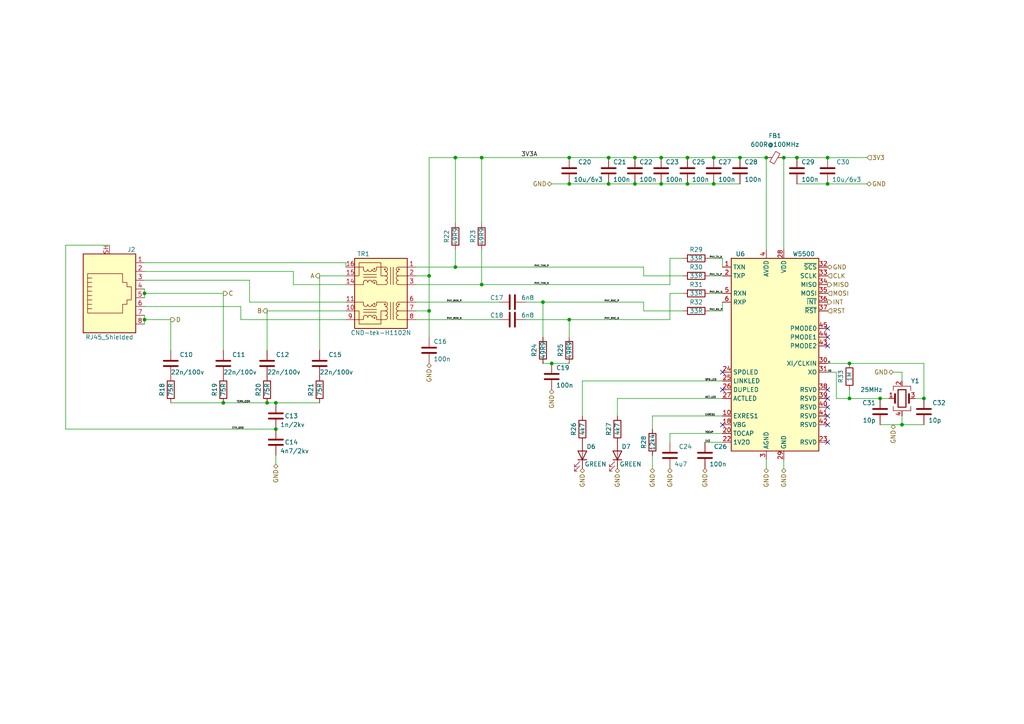
<source format=kicad_sch>
(kicad_sch (version 20211123) (generator eeschema)
  (paper "A4")
  (title_block (title "ether-bridge") (date "2025-06-30") (rev "0.1") (company "makerspace.lt"))
  (lib_symbols
    (symbol "Connector:RJ45_Shielded" (pin_names (offset 1.016))
      (property "Reference" "J" (at -5.08 13.97 0))
      (property "Value" "RJ45_Shielded" (at 2.54 13.97 0))
      (symbol "RJ45_Shielded_0_1"
        (polyline (pts (xy -5.08 4.445) (xy -6.35 4.445)))
        (polyline (pts (xy -5.08 5.715) (xy -6.35 5.715)))
        (polyline (pts (xy -6.35 -3.175) (xy -5.08 -3.175) (xy -5.08 -3.175)))
        (polyline (pts (xy -6.35 -1.905) (xy -5.08 -1.905) (xy -5.08 -1.905)))
        (polyline (pts (xy -6.35 -0.635) (xy -5.08 -0.635) (xy -5.08 -0.635)))
        (polyline (pts (xy -6.35 0.635) (xy -5.08 0.635) (xy -5.08 0.635)))
        (polyline (pts (xy -6.35 1.905) (xy -5.08 1.905) (xy -5.08 1.905)))
        (polyline (pts (xy -5.08 3.175) (xy -6.35 3.175) (xy -6.35 3.175)))
        (polyline (pts (xy -6.35 -4.445) (xy -6.35 6.985) (xy 3.81 6.985) (xy 3.81 4.445) (xy 5.08 4.445) (xy 5.08 3.175) (xy 6.35 3.175) (xy 6.35 -0.635) (xy 5.08 -0.635) (xy 5.08 -1.905) (xy 3.81 -1.905) (xy 3.81 -4.445) (xy -6.35 -4.445) (xy -6.35 -4.445)))
        (rectangle (start 7.62 12.7) (end -7.62 -10.16) (stroke (width 0.254)) (fill (type background)))
      )
      (symbol "RJ45_Shielded_1_1"
        (pin passive line (at 10.16 -7.62 180) (length 2.54) (name "~") (number "1"))
        (pin passive line (at 10.16 -5.08 180) (length 2.54) (name "~") (number "2"))
        (pin passive line (at 10.16 -2.54 180) (length 2.54) (name "~") (number "3"))
        (pin passive line (at 10.16 0 180) (length 2.54) (name "~") (number "4"))
        (pin passive line (at 10.16 2.54 180) (length 2.54) (name "~") (number "5"))
        (pin passive line (at 10.16 5.08 180) (length 2.54) (name "~") (number "6"))
        (pin passive line (at 10.16 7.62 180) (length 2.54) (name "~") (number "7"))
        (pin passive line (at 10.16 10.16 180) (length 2.54) (name "~") (number "8"))
        (pin passive line (at 0 -12.7 90) (length 2.54) (name "~") (number "SH"))
      )
    )
    (symbol "Device:C" (pin_numbers hide) (pin_names (offset 0.254))
      (property "Reference" "C" (at 0.635 2.54 0))
      (property "Value" "C" (at 0.635 -2.54 0))
      (symbol "C_0_1"
        (polyline (pts (xy -2.032 -0.762) (xy 2.032 -0.762)) (stroke (width 0.508)))
        (polyline (pts (xy -2.032 0.762) (xy 2.032 0.762)) (stroke (width 0.508)))
      )
      (symbol "C_1_1"
        (pin passive line (at 0 3.81 270) (length 2.794) (name "~") (number "1"))
        (pin passive line (at 0 -3.81 90) (length 2.794) (name "~") (number "2"))
      )
    )
    (symbol "Device:Crystal_GND24" (pin_names (offset 1.016) hide)
      (property "Reference" "Y" (at 3.175 5.08 0))
      (property "Value" "Crystal_GND24" (at 3.175 3.175 0))
      (symbol "Crystal_GND24_0_1"
        (rectangle (start -1.143 2.54) (end 1.143 -2.54) (stroke (width 0.3048)))
        (polyline (pts (xy -2.54 0) (xy -2.032 0)))
        (polyline (pts (xy -2.032 -1.27) (xy -2.032 1.27)) (stroke (width 0.508)))
        (polyline (pts (xy 0 -3.81) (xy 0 -3.556)))
        (polyline (pts (xy 0 3.556) (xy 0 3.81)))
        (polyline (pts (xy 2.032 -1.27) (xy 2.032 1.27)) (stroke (width 0.508)))
        (polyline (pts (xy 2.032 0) (xy 2.54 0)))
        (polyline (pts (xy -2.54 -2.286) (xy -2.54 -3.556) (xy 2.54 -3.556) (xy 2.54 -2.286)))
        (polyline (pts (xy -2.54 2.286) (xy -2.54 3.556) (xy 2.54 3.556) (xy 2.54 2.286)))
      )
      (symbol "Crystal_GND24_1_1"
        (pin passive line (at -3.81 0 0) (length 1.27) (name "1") (number "1"))
        (pin passive line (at 0 5.08 270) (length 1.27) (name "2") (number "2"))
        (pin passive line (at 3.81 0 180) (length 1.27) (name "3") (number "3"))
        (pin passive line (at 0 -5.08 90) (length 1.27) (name "4") (number "4"))
      )
    )
    (symbol "Device:FerriteBead_Small" (pin_numbers hide) (pin_names (offset 0))
      (property "Reference" "FB" (at 1.905 1.27 0))
      (property "Value" "FerriteBead_Small" (at 1.905 -1.27 0))
      (symbol "FerriteBead_Small_0_1"
        (polyline (pts (xy 0 -1.27) (xy 0 -0.7874)))
        (polyline (pts (xy 0 0.889) (xy 0 1.2954)))
        (polyline (pts (xy -1.8288 0.2794) (xy -1.1176 1.4986) (xy 1.8288 -0.2032) (xy 1.1176 -1.4224) (xy -1.8288 0.2794)))
      )
      (symbol "FerriteBead_Small_1_1"
        (pin passive line (at 0 2.54 270) (length 1.27) (name "~") (number "1"))
        (pin passive line (at 0 -2.54 90) (length 1.27) (name "~") (number "2"))
      )
    )
    (symbol "Device:LED" (pin_numbers hide) (pin_names (offset 1.016) hide)
      (property "Reference" "D" (at 0 2.54 0))
      (property "Value" "LED" (at 0 -2.54 0))
      (symbol "LED_0_1"
        (polyline (pts (xy -1.27 -1.27) (xy -1.27 1.27)) (stroke (width 0.254)))
        (polyline (pts (xy -1.27 0) (xy 1.27 0)))
        (polyline (pts (xy 1.27 -1.27) (xy 1.27 1.27) (xy -1.27 0) (xy 1.27 -1.27)) (stroke (width 0.254)))
        (polyline (pts (xy -3.048 -0.762) (xy -4.572 -2.286) (xy -3.81 -2.286) (xy -4.572 -2.286) (xy -4.572 -1.524)))
        (polyline (pts (xy -1.778 -0.762) (xy -3.302 -2.286) (xy -2.54 -2.286) (xy -3.302 -2.286) (xy -3.302 -1.524)))
      )
      (symbol "LED_1_1"
        (pin passive line (at -3.81 0 0) (length 2.54) (name "K") (number "1"))
        (pin passive line (at 3.81 0 180) (length 2.54) (name "A") (number "2"))
      )
    )
    (symbol "Device:R" (pin_numbers hide) (pin_names (offset 0))
      (property "Reference" "R" (at 2.032 0 90))
      (property "Value" "R" (at 0 0 90))
      (symbol "R_0_1"
        (rectangle (start -1.016 -2.54) (end 1.016 2.54) (stroke (width 0.254)))
      )
      (symbol "R_1_1"
        (pin passive line (at 0 3.81 270) (length 1.27) (name "~") (number "1"))
        (pin passive line (at 0 -3.81 90) (length 1.27) (name "~") (number "2"))
      )
    )
    (symbol "Interface_Ethernet:W5500"
      (property "Reference" "U" (at -11.43 29.21 0))
      (property "Value" "W5500" (at 8.89 29.21 0))
      (symbol "W5500_0_1"
        (rectangle (start -12.7 27.94) (end 12.7 -27.94) (stroke (width 0.254)) (fill (type background)))
      )
      (symbol "W5500_1_1"
        (pin output line (at 15.24 25.4 180) (length 2.54) (name "TXN") (number "1"))
        (pin passive line (at 15.24 -17.78 180) (length 2.54) (name "EXRES1") (number "10"))
        (pin passive line (at 2.54 30.48 270) (length 2.54) hide (name "AVDD") (number "11"))
        (pin no_connect line (at 12.7 7.62 180) (length 2.54) hide (name "NC") (number "12"))
        (pin no_connect line (at 12.7 5.08 180) (length 2.54) hide (name "NC") (number "13"))
        (pin passive line (at 2.54 -30.48 90) (length 2.54) hide (name "AGND") (number "14"))
        (pin passive line (at 2.54 30.48 270) (length 2.54) hide (name "AVDD") (number "15"))
        (pin passive line (at 2.54 -30.48 90) (length 2.54) hide (name "AGND") (number "16"))
        (pin passive line (at 2.54 30.48 270) (length 2.54) hide (name "AVDD") (number "17"))
        (pin passive line (at 15.24 -20.32 180) (length 2.54) (name "VBG") (number "18"))
        (pin passive line (at 2.54 -30.48 90) (length 2.54) hide (name "AGND") (number "19"))
        (pin output line (at 15.24 22.86 180) (length 2.54) (name "TXP") (number "2"))
        (pin passive line (at 15.24 -22.86 180) (length 2.54) (name "TOCAP") (number "20"))
        (pin passive line (at 2.54 30.48 270) (length 2.54) hide (name "AVDD") (number "21"))
        (pin output line (at 15.24 -25.4 180) (length 2.54) (name "1V2O") (number "22"))
        (pin input line (at -15.24 -25.4 0) (length 2.54) (name "RSVD") (number "23"))
        (pin output line (at 15.24 -5.08 180) (length 2.54) (name "SPDLED") (number "24"))
        (pin output line (at 15.24 -7.62 180) (length 2.54) (name "LINKLED") (number "25"))
        (pin output line (at 15.24 -10.16 180) (length 2.54) (name "DUPLED") (number "26"))
        (pin output line (at 15.24 -12.7 180) (length 2.54) (name "ACTLED") (number "27"))
        (pin power_in line (at -2.54 30.48 270) (length 2.54) (name "VDD") (number "28"))
        (pin power_in line (at -2.54 -30.48 90) (length 2.54) (name "GND") (number "29"))
        (pin power_in line (at 2.54 -30.48 90) (length 2.54) (name "AGND") (number "3"))
        (pin input line (at -15.24 -2.54 0) (length 2.54) (name "XI/CLKIN") (number "30"))
        (pin output line (at -15.24 -5.08 0) (length 2.54) (name "XO") (number "31"))
        (pin input line (at -15.24 25.4 0) (length 2.54) (name "~{SCS}") (number "32"))
        (pin input line (at -15.24 22.86 0) (length 2.54) (name "SCLK") (number "33"))
        (pin output line (at -15.24 20.32 0) (length 2.54) (name "MISO") (number "34"))
        (pin input line (at -15.24 17.78 0) (length 2.54) (name "MOSI") (number "35"))
        (pin input line (at -15.24 15.24 0) (length 2.54) (name "~{INT}") (number "36"))
        (pin input line (at -15.24 12.7 0) (length 2.54) (name "~{RST}") (number "37"))
        (pin input line (at -15.24 -10.16 0) (length 2.54) (name "RSVD") (number "38"))
        (pin input line (at -15.24 -12.7 0) (length 2.54) (name "RSVD") (number "39"))
        (pin power_in line (at 2.54 30.48 270) (length 2.54) (name "AVDD") (number "4"))
        (pin input line (at -15.24 -15.24 0) (length 2.54) (name "RSVD") (number "40"))
        (pin input line (at -15.24 -17.78 0) (length 2.54) (name "RSVD") (number "41"))
        (pin input line (at -15.24 -20.32 0) (length 2.54) (name "RSVD") (number "42"))
        (pin input line (at -15.24 2.54 0) (length 2.54) (name "PMODE2") (number "43"))
        (pin input line (at -15.24 5.08 0) (length 2.54) (name "PMODE1") (number "44"))
        (pin input line (at -15.24 7.62 0) (length 2.54) (name "PMODE0") (number "45"))
        (pin no_connect line (at 12.7 2.54 180) (length 2.54) hide (name "NC") (number "46"))
        (pin no_connect line (at 12.7 0 180) (length 2.54) hide (name "NC") (number "47"))
        (pin passive line (at 2.54 -30.48 90) (length 2.54) hide (name "AGND") (number "48"))
        (pin input line (at 15.24 17.78 180) (length 2.54) (name "RXN") (number "5"))
        (pin input line (at 15.24 15.24 180) (length 2.54) (name "RXP") (number "6"))
        (pin no_connect line (at 12.7 10.16 180) (length 2.54) hide (name "DNC") (number "7"))
        (pin passive line (at 2.54 30.48 270) (length 2.54) hide (name "AVDD") (number "8"))
        (pin passive line (at 2.54 -30.48 90) (length 2.54) hide (name "AGND") (number "9"))
      )
    )
    (symbol "Transformer:Wuerth_749013011A" (pin_names hide)
      (property "Reference" "TR" (at 0 10.795 0))
      (property "Value" "Wuerth_749013011A" (at 0 -10.795 0))
      (symbol "Wuerth_749013011A_0_1"
        (rectangle (start -7.62 10.16) (end 7.62 -10.16) (stroke (width 0.254)) (fill (type background)))
        (circle (center -5.207 3.175) (radius 0.1778))
        (arc (start -5.08 6.35) (mid -4.445 6.985) (end -5.08 7.62))
        (polyline (pts (xy -5.08 2.54) (xy -7.62 2.54)))
        (polyline (pts (xy -5.08 5.08) (xy -7.62 5.08)))
        (polyline (pts (xy -5.08 7.62) (xy -7.62 7.62)))
        (polyline (pts (xy -3.556 -2.54) (xy -3.556 -7.62)))
        (polyline (pts (xy -3.556 2.54) (xy -3.556 7.62)))
        (polyline (pts (xy -2.794 -7.62) (xy -2.794 -2.54)))
        (polyline (pts (xy -2.794 7.62) (xy -2.794 2.54)))
        (polyline (pts (xy 1.27 4.699) (xy 5.08 4.699)))
        (polyline (pts (xy 1.27 5.461) (xy 5.08 5.461)))
        (polyline (pts (xy -1.27 2.54) (xy 1.27 2.54) (xy 1.27 3.175)))
        (polyline (pts (xy 1.27 6.985) (xy 1.27 7.62) (xy -1.27 7.62)))
        (polyline (pts (xy 5.08 3.175) (xy 5.08 2.54) (xy 7.62 2.54)))
        (polyline (pts (xy 5.08 6.985) (xy 5.08 7.62) (xy 7.62 7.62)))
        (polyline (pts (xy -1.27 5.08) (xy 0 5.08) (xy 0 8.89) (xy 6.35 8.89) (xy 6.35 5.08) (xy 7.62 5.08)))
      )
      (symbol "Wuerth_749013011A_1_1"
        (circle (center -5.207 -6.985) (radius 0.1778))
        (arc (start -5.08 -7.62) (mid -4.445 -6.985) (end -5.08 -6.35))
        (arc (start -5.08 -6.35) (mid -4.445 -5.715) (end -5.08 -5.08))
        (arc (start -5.08 -5.08) (mid -4.445 -4.445) (end -5.08 -3.81))
        (arc (start -5.08 -3.81) (mid -4.445 -3.175) (end -5.08 -2.54))
        (arc (start -5.08 2.54) (mid -4.445 3.175) (end -5.08 3.81))
        (arc (start -5.08 3.81) (mid -4.445 4.445) (end -5.08 5.08))
        (arc (start -5.08 5.08) (mid -4.445 5.715) (end -5.08 6.35))
        (arc (start -1.27 -6.35) (mid -1.905 -6.985) (end -1.27 -7.62))
        (arc (start -1.27 -5.08) (mid -1.905 -5.715) (end -1.27 -6.35))
        (arc (start -1.27 -3.81) (mid -1.905 -4.445) (end -1.27 -5.08))
        (arc (start -1.27 -2.54) (mid -1.905 -3.175) (end -1.27 -3.81))
        (arc (start -1.27 3.81) (mid -1.905 3.175) (end -1.27 2.54))
        (arc (start -1.27 5.08) (mid -1.905 4.445) (end -1.27 3.81))
        (arc (start -1.27 6.35) (mid -1.905 5.715) (end -1.27 5.08))
        (arc (start -1.27 7.62) (mid -1.905 6.985) (end -1.27 6.35))
        (circle (center -1.143 -6.985) (radius 0.1778))
        (circle (center -1.143 3.175) (radius 0.1778))
        (polyline (pts (xy -5.08 -7.62) (xy -7.62 -7.62)))
        (polyline (pts (xy -5.08 -5.08) (xy -7.62 -5.08)))
        (polyline (pts (xy -5.08 -2.54) (xy -7.62 -2.54)))
        (polyline (pts (xy 1.27 -5.461) (xy 5.08 -5.461)))
        (polyline (pts (xy 1.27 -4.699) (xy 5.08 -4.699)))
        (polyline (pts (xy -1.27 -7.62) (xy 1.27 -7.62) (xy 1.27 -6.985)))
        (polyline (pts (xy 1.27 -3.175) (xy 1.27 -2.54) (xy -1.27 -2.54)))
        (polyline (pts (xy 5.08 -6.985) (xy 5.08 -7.62) (xy 7.62 -7.62)))
        (polyline (pts (xy 5.08 -3.175) (xy 5.08 -2.54) (xy 7.62 -2.54)))
        (polyline (pts (xy 7.62 -5.08) (xy 6.35 -5.08) (xy 6.35 -8.89) (xy 0 -8.89) (xy 0 -5.08) (xy -1.27 -5.08)))
        (arc (start 1.27 -3.175) (mid 1.905 -3.81) (end 2.54 -3.175))
        (arc (start 1.27 6.985) (mid 1.905 6.35) (end 2.54 6.985))
        (circle (center 1.905 -7.112) (radius 0.1778))
        (circle (center 1.905 -3.048) (radius 0.1778))
        (circle (center 1.905 3.048) (radius 0.1778))
        (circle (center 1.905 7.112) (radius 0.1778))
        (arc (start 2.54 -6.985) (mid 1.905 -6.35) (end 1.27 -6.985))
        (arc (start 2.54 -3.175) (mid 3.175 -3.81) (end 3.81 -3.175))
        (arc (start 2.54 3.175) (mid 1.905 3.81) (end 1.27 3.175))
        (arc (start 2.54 6.985) (mid 3.175 6.35) (end 3.81 6.985))
        (arc (start 3.81 -6.985) (mid 3.175 -6.35) (end 2.54 -6.985))
        (arc (start 3.81 -3.175) (mid 4.445 -3.81) (end 5.08 -3.175))
        (arc (start 3.81 3.175) (mid 3.175 3.81) (end 2.54 3.175))
        (arc (start 3.81 6.985) (mid 4.445 6.35) (end 5.08 6.985))
        (arc (start 5.08 -6.985) (mid 4.445 -6.35) (end 3.81 -6.985))
        (arc (start 5.08 3.175) (mid 4.445 3.81) (end 3.81 3.175))
        (pin passive line (at -10.16 -7.62 0) (length 2.54) (name "TD+") (number "1"))
        (pin passive line (at 10.16 5.08 180) (length 2.54) (name "C_RX") (number "10"))
        (pin passive line (at 10.16 2.54 180) (length 2.54) (name "RX+") (number "11"))
        (pin passive line (at 10.16 -2.54 180) (length 2.54) (name "TX-") (number "14"))
        (pin passive line (at 10.16 -5.08 180) (length 2.54) (name "C_TX") (number "15"))
        (pin passive line (at 10.16 -7.62 180) (length 2.54) (name "TX+") (number "16"))
        (pin passive line (at -10.16 -5.08 0) (length 2.54) (name "C_TD") (number "2"))
        (pin passive line (at -10.16 -2.54 0) (length 2.54) (name "TD-") (number "3"))
        (pin passive line (at -10.16 2.54 0) (length 2.54) (name "RD+") (number "6"))
        (pin passive line (at -10.16 5.08 0) (length 2.54) (name "C_RD") (number "7"))
        (pin passive line (at -10.16 7.62 0) (length 2.54) (name "RD-") (number "8"))
        (pin passive line (at 10.16 7.62 180) (length 2.54) (name "RX-") (number "9"))
      )
    )
  )
  (junction (at 41.91 92.71))
  (junction (at 132.08 45.72))
  (junction (at 77.47 116.84))
  (junction (at 124.46 90.17))
  (junction (at 199.39 53.34))
  (junction (at 41.91 85.09))
  (junction (at 222.25 45.72))
  (junction (at 199.39 45.72))
  (junction (at 160.02 105.41))
  (junction (at 184.15 45.72))
  (junction (at 157.48 87.63))
  (junction (at 207.01 53.34))
  (junction (at 246.38 105.41))
  (junction (at 165.1 92.71))
  (junction (at 176.53 53.34))
  (junction (at 255.27 115.57))
  (junction (at 231.14 45.72))
  (junction (at 191.77 45.72))
  (junction (at 207.01 45.72))
  (junction (at 165.1 53.34))
  (junction (at 246.38 115.57))
  (junction (at 80.01 116.84))
  (junction (at 139.7 45.72))
  (junction (at 267.97 115.57))
  (junction (at 64.77 116.84))
  (junction (at 139.7 82.55))
  (junction (at 240.03 53.34))
  (junction (at 176.53 45.72))
  (junction (at 261.62 123.19))
  (junction (at 214.63 45.72))
  (junction (at 184.15 53.34))
  (junction (at 165.1 45.72))
  (junction (at 80.01 124.46))
  (junction (at 227.33 45.72))
  (junction (at 240.03 45.72))
  (junction (at 191.77 53.34))
  (junction (at 132.08 77.47))
  (junction (at 124.46 80.01))
  (no_connect (at 240.03 100.33))
  (no_connect (at 240.03 128.27))
  (no_connect (at 240.03 120.65))
  (no_connect (at 240.03 113.03))
  (no_connect (at 240.03 123.19))
  (no_connect (at 240.03 95.25))
  (no_connect (at 240.03 118.11))
  (no_connect (at 209.55 123.19))
  (no_connect (at 240.03 97.79))
  (no_connect (at 209.55 107.95))
  (no_connect (at 240.03 115.57))
  (no_connect (at 209.55 113.03))
  (wire (pts (xy 41.91 78.74) (xy 85.09 78.74)))
  (wire (pts (xy 179.07 120.65) (xy 179.07 115.57)))
  (wire (pts (xy 72.39 81.28) (xy 72.39 87.63)))
  (wire (pts (xy 231.14 45.72) (xy 240.03 45.72)))
  (wire (pts (xy 191.77 53.34) (xy 199.39 53.34)))
  (wire (pts (xy 261.62 123.19) (xy 255.27 123.19)))
  (wire (pts (xy 205.74 90.17) (xy 209.55 90.17)))
  (wire (pts (xy 186.69 77.47) (xy 186.69 80.01)))
  (wire (pts (xy 194.31 128.27) (xy 194.31 125.73)))
  (wire (pts (xy 186.69 80.01) (xy 198.12 80.01)))
  (wire (pts (xy 176.53 53.34) (xy 184.15 53.34)))
  (wire (pts (xy 49.53 116.84) (xy 64.77 116.84)))
  (wire (pts (xy 267.97 123.19) (xy 261.62 123.19)))
  (wire (pts (xy 257.81 115.57) (xy 255.27 115.57)))
  (wire (pts (xy 160.02 105.41) (xy 165.1 105.41)))
  (wire (pts (xy 231.14 53.34) (xy 240.03 53.34)))
  (wire (pts (xy 246.38 105.41) (xy 267.97 105.41)))
  (wire (pts (xy 69.85 88.9) (xy 69.85 92.71)))
  (wire (pts (xy 205.74 85.09) (xy 209.55 85.09)))
  (wire (pts (xy 267.97 115.57) (xy 265.43 115.57)))
  (wire (pts (xy 186.69 87.63) (xy 186.69 90.17)))
  (wire (pts (xy 64.77 101.6) (xy 64.77 85.09)))
  (wire (pts (xy 194.31 85.09) (xy 198.12 85.09)))
  (wire (pts (xy 41.91 93.98) (xy 41.91 92.71)))
  (wire (pts (xy 194.31 74.93) (xy 198.12 74.93)))
  (wire (pts (xy 152.4 87.63) (xy 157.48 87.63)))
  (wire (pts (xy 100.33 76.2) (xy 100.33 77.47)))
  (wire (pts (xy 49.53 92.71) (xy 41.91 92.71)))
  (wire (pts (xy 120.65 77.47) (xy 132.08 77.47)))
  (wire (pts (xy 41.91 85.09) (xy 41.91 83.82)))
  (wire (pts (xy 222.25 45.72) (xy 222.25 72.39)))
  (wire (pts (xy 184.15 45.72) (xy 191.77 45.72)))
  (wire (pts (xy 41.91 92.71) (xy 41.91 91.44)))
  (wire (pts (xy 69.85 92.71) (xy 100.33 92.71)))
  (wire (pts (xy 242.57 115.57) (xy 246.38 115.57)))
  (wire (pts (xy 72.39 87.63) (xy 100.33 87.63)))
  (wire (pts (xy 194.31 125.73) (xy 209.55 125.73)))
  (wire (pts (xy 214.63 45.72) (xy 222.25 45.72)))
  (wire (pts (xy 77.47 90.17) (xy 100.33 90.17)))
  (wire (pts (xy 157.48 105.41) (xy 160.02 105.41)))
  (wire (pts (xy 132.08 77.47) (xy 186.69 77.47)))
  (wire (pts (xy 227.33 45.72) (xy 227.33 72.39)))
  (wire (pts (xy 120.65 80.01) (xy 124.46 80.01)))
  (wire (pts (xy 49.53 101.6) (xy 49.53 92.71)))
  (wire (pts (xy 240.03 53.34) (xy 251.46 53.34)))
  (wire (pts (xy 124.46 90.17) (xy 124.46 97.79)))
  (wire (pts (xy 205.74 80.01) (xy 209.55 80.01)))
  (wire (pts (xy 64.77 85.09) (xy 41.91 85.09)))
  (wire (pts (xy 120.65 82.55) (xy 139.7 82.55)))
  (wire (pts (xy 124.46 80.01) (xy 124.46 45.72)))
  (wire (pts (xy 165.1 92.71) (xy 165.1 97.79)))
  (wire (pts (xy 80.01 116.84) (xy 92.71 116.84)))
  (wire (pts (xy 85.09 82.55) (xy 100.33 82.55)))
  (wire (pts (xy 157.48 87.63) (xy 157.48 97.79)))
  (wire (pts (xy 168.91 120.65) (xy 168.91 110.49)))
  (wire (pts (xy 19.05 71.12) (xy 19.05 124.46)))
  (wire (pts (xy 194.31 92.71) (xy 194.31 85.09)))
  (wire (pts (xy 132.08 45.72) (xy 139.7 45.72)))
  (wire (pts (xy 186.69 90.17) (xy 198.12 90.17)))
  (wire (pts (xy 80.01 132.08) (xy 80.01 134.62)))
  (wire (pts (xy 64.77 116.84) (xy 77.47 116.84)))
  (wire (pts (xy 209.55 74.93) (xy 209.55 77.47)))
  (wire (pts (xy 132.08 45.72) (xy 132.08 64.77)))
  (wire (pts (xy 165.1 45.72) (xy 176.53 45.72)))
  (wire (pts (xy 261.62 110.49) (xy 261.62 107.95)))
  (wire (pts (xy 191.77 45.72) (xy 199.39 45.72)))
  (wire (pts (xy 132.08 72.39) (xy 132.08 77.47)))
  (wire (pts (xy 124.46 80.01) (xy 124.46 90.17)))
  (wire (pts (xy 77.47 101.6) (xy 77.47 90.17)))
  (wire (pts (xy 139.7 45.72) (xy 165.1 45.72)))
  (wire (pts (xy 189.23 120.65) (xy 189.23 124.46)))
  (wire (pts (xy 77.47 116.84) (xy 80.01 116.84)))
  (wire (pts (xy 165.1 53.34) (xy 176.53 53.34)))
  (wire (pts (xy 157.48 87.63) (xy 186.69 87.63)))
  (wire (pts (xy 139.7 82.55) (xy 194.31 82.55)))
  (wire (pts (xy 139.7 72.39) (xy 139.7 82.55)))
  (wire (pts (xy 240.03 107.95) (xy 242.57 107.95)))
  (wire (pts (xy 92.71 101.6) (xy 92.71 80.01)))
  (wire (pts (xy 124.46 90.17) (xy 120.65 90.17)))
  (wire (pts (xy 179.07 115.57) (xy 209.55 115.57)))
  (wire (pts (xy 204.47 128.27) (xy 209.55 128.27)))
  (wire (pts (xy 160.02 53.34) (xy 165.1 53.34)))
  (wire (pts (xy 152.4 92.71) (xy 165.1 92.71)))
  (wire (pts (xy 41.91 86.36) (xy 41.91 85.09)))
  (wire (pts (xy 194.31 82.55) (xy 194.31 74.93)))
  (wire (pts (xy 261.62 107.95) (xy 259.08 107.95)))
  (wire (pts (xy 184.15 53.34) (xy 191.77 53.34)))
  (wire (pts (xy 92.71 80.01) (xy 100.33 80.01)))
  (wire (pts (xy 246.38 115.57) (xy 255.27 115.57)))
  (wire (pts (xy 120.65 92.71) (xy 144.78 92.71)))
  (wire (pts (xy 41.91 76.2) (xy 100.33 76.2)))
  (wire (pts (xy 240.03 105.41) (xy 246.38 105.41)))
  (wire (pts (xy 41.91 81.28) (xy 72.39 81.28)))
  (wire (pts (xy 199.39 53.34) (xy 207.01 53.34)))
  (wire (pts (xy 124.46 45.72) (xy 132.08 45.72)))
  (wire (pts (xy 205.74 74.93) (xy 209.55 74.93)))
  (wire (pts (xy 207.01 45.72) (xy 214.63 45.72)))
  (wire (pts (xy 165.1 92.71) (xy 194.31 92.71)))
  (wire (pts (xy 227.33 45.72) (xy 231.14 45.72)))
  (wire (pts (xy 242.57 107.95) (xy 242.57 115.57)))
  (wire (pts (xy 222.25 135.89) (xy 222.25 133.35)))
  (wire (pts (xy 227.33 135.89) (xy 227.33 133.35)))
  (wire (pts (xy 189.23 135.89) (xy 189.23 132.08)))
  (wire (pts (xy 120.65 87.63) (xy 144.78 87.63)))
  (wire (pts (xy 176.53 45.72) (xy 184.15 45.72)))
  (wire (pts (xy 267.97 105.41) (xy 267.97 115.57)))
  (wire (pts (xy 261.62 120.65) (xy 261.62 123.19)))
  (wire (pts (xy 85.09 78.74) (xy 85.09 82.55)))
  (wire (pts (xy 19.05 124.46) (xy 80.01 124.46)))
  (wire (pts (xy 207.01 53.34) (xy 214.63 53.34)))
  (wire (pts (xy 31.75 71.12) (xy 19.05 71.12)))
  (wire (pts (xy 199.39 45.72) (xy 207.01 45.72)))
  (wire (pts (xy 168.91 110.49) (xy 209.55 110.49)))
  (wire (pts (xy 189.23 120.65) (xy 209.55 120.65)))
  (wire (pts (xy 139.7 45.72) (xy 139.7 64.77)))
  (wire (pts (xy 240.03 45.72) (xy 251.46 45.72)))
  (wire (pts (xy 246.38 113.03) (xy 246.38 115.57)))
  (wire (pts (xy 209.55 90.17) (xy 209.55 87.63)))
  (wire (pts (xy 41.91 88.9) (xy 69.85 88.9)))
  (label "EXRES1" (at 204.47 120.65 0) (effects (font (size 0.5 0.5))))
  (label "PHY_RX_P" (at 205.74 90.17 0) (effects (font (size 0.5 0.5))))
  (label "TOCAP" (at 204.47 125.73 0) (effects (font (size 0.5 0.5))))
  (label "ETH_GND" (at 67.31 124.46 0) (effects (font (size 0.5 0.5))))
  (label "PHY_RXC_N" (at 175.26 92.71 0) (effects (font (size 0.5 0.5))))
  (label "PHY_TX_P" (at 205.74 80.01 0) (effects (font (size 0.5 0.5))))
  (label "XI" (at 240.03 105.41 0) (effects (font (size 0.5 0.5))))
  (label "PHY_RXC_P" (at 175.26 87.63 0) (effects (font (size 0.5 0.5))))
  (label "SPD_LED" (at 204.47 110.49 0) (effects (font (size 0.5 0.5))))
  (label "PHY_TXM_P" (at 154.94 77.47 0) (effects (font (size 0.5 0.5))))
  (label "TERM_COM" (at 68.58 116.84 0) (effects (font (size 0.5 0.5))))
  (label "PHY_RX_N" (at 205.74 85.09 0) (effects (font (size 0.5 0.5))))
  (label "PHY_TXM_N" (at 154.94 82.55 0) (effects (font (size 0.5 0.5))))
  (label "PHY_RXM_N" (at 129.54 92.71 0) (effects (font (size 0.5 0.5))))
  (label "PHY_TX_N" (at 205.74 74.93 0) (effects (font (size 0.5 0.5))))
  (label "XO" (at 240.03 107.95 0) (effects (font (size 0.5 0.5))))
  (label "ACT_LED" (at 204.47 115.57 0) (effects (font (size 0.5 0.5))))
  (label "PHY_RXM_P" (at 129.54 87.63 0) (effects (font (size 0.5 0.5))))
  (label "3V3A" (at 151.13 45.72 0))
  (label "1V2" (at 204.47 128.27 0) (effects (font (size 0.5 0.5))))
  (hierarchical_label "GND" (shape bidirectional) (at 194.31 135.89 270))
  (hierarchical_label "GND" (shape bidirectional) (at 179.07 135.89 270))
  (hierarchical_label "GND" (shape bidirectional) (at 222.25 135.89 270))
  (hierarchical_label "GND" (shape bidirectional) (at 204.47 135.89 270))
  (hierarchical_label "B" (shape output) (at 77.47 90.17 180))
  (hierarchical_label "A" (shape output) (at 92.71 80.01 180))
  (hierarchical_label "GND" (shape bidirectional) (at 259.08 123.19 270))
  (hierarchical_label "MISO" (shape output) (at 240.03 82.55 0))
  (hierarchical_label "GND" (shape bidirectional) (at 240.03 77.47 0))
  (hierarchical_label "GND" (shape bidirectional) (at 160.02 53.34 180))
  (hierarchical_label "GND" (shape bidirectional) (at 124.46 105.41 270))
  (hierarchical_label "GND" (shape bidirectional) (at 227.33 135.89 270))
  (hierarchical_label "C" (shape output) (at 64.77 85.09 0))
  (hierarchical_label "D" (shape output) (at 49.53 92.71 0))
  (hierarchical_label "GND" (shape bidirectional) (at 168.91 135.89 270))
  (hierarchical_label "INT" (shape output) (at 240.03 87.63 0))
  (hierarchical_label "GND" (shape bidirectional) (at 251.46 53.34 0))
  (hierarchical_label "GND" (shape bidirectional) (at 80.01 134.62 270))
  (hierarchical_label "MOSI" (shape input) (at 240.03 85.09 0))
  (hierarchical_label "GND" (shape bidirectional) (at 160.02 113.03 270))
  (hierarchical_label "GND" (shape bidirectional) (at 189.23 135.89 270))
  (hierarchical_label "CLK" (shape input) (at 240.03 80.01 0))
  (hierarchical_label "GND" (shape bidirectional) (at 259.08 107.95 180))
  (hierarchical_label "RST" (shape input) (at 240.03 90.17 0))
  (hierarchical_label "3V3" (shape input) (at 251.46 45.72 0))
  (symbol (lib_id "Device:R") (at 92.71 113.03 180) (unit 1)
    (property "Reference" "R21" (at 90.17 113.03 90))
    (property "Value" "75R" (at 92.71 113.03 90))
    (property "Footprint" "Resistor_SMD:R_0402_1005Metric_Pad0.72x0.64mm_HandSolder" (effects hide))
    (property "jlc-part-type" "ER+" (effects hide))
    (property "lcsc#" "C25133" (effects hide))
  )
  (symbol (lib_id "Device:C") (at 165.1 49.53 0) (unit 1)
    (property "Reference" "C20" (at 167.64 46.99 0) (effects (justify left)))
    (property "Value" "10u/6v3" (at 166.37 52.07 0) (effects (justify left)))
    (property "Footprint" "Capacitor_SMD:C_0402_1005Metric_Pad0.74x0.62mm_HandSolder" (effects hide))
    (property "jlc-part-type" "B+" (effects hide))
    (property "lcsc#" "C15525" (effects hide))
  )
  (symbol (lib_id "Device:FerriteBead_Small") (at 224.79 45.72 90) (unit 1)
    (property "Reference" "FB1" (at 224.7519 39.37 90))
    (property "Value" "600R@100MHz" (at 224.7519 41.91 90))
    (property "Footprint" "Inductor_SMD:L_0805_2012Metric_Pad1.05x1.20mm_HandSolder" (effects hide))
    (property "jlc-part-type" "B+" (effects hide))
    (property "lcsc#" "C1017" (effects hide))
  )
  (symbol (lib_id "Device:C") (at 255.27 119.38 0) (mirror y) (unit 1)
    (property "Reference" "C31" (at 254 116.84 0) (effects (justify left)))
    (property "Value" "10p" (at 254 121.92 0) (effects (justify left)))
    (property "Footprint" "Capacitor_SMD:C_0402_1005Metric" (effects hide))
    (property "jlc-part-type" "???" (effects hide))
    (property "lcsc#" "C1634" (effects hide))
  )
  (symbol (lib_id "Device:C") (at 49.53 105.41 0) (unit 1)
    (property "Reference" "C10" (at 52.07 102.87 0) (effects (justify left)))
    (property "Value" "22n/100v" (at 49.53 107.95 0) (effects (justify left)))
    (property "Footprint" "Capacitor_SMD:C_0603_1608Metric_Pad1.08x0.95mm_HandSolder" (effects hide))
    (property "jlc-part-type" "E+" (effects hide))
    (property "lcsc#" "C22374871" (effects hide))
  )
  (symbol (lib_id "Device:R") (at 139.7 68.58 180) (unit 1)
    (property "Reference" "R23" (at 137.16 68.58 90))
    (property "Value" "49R9" (at 139.7 68.58 90))
    (property "Footprint" "Resistor_SMD:R_0402_1005Metric_Pad0.72x0.64mm_HandSolder" (effects hide))
    (property "jlc-part-type" "B+" (effects hide))
    (property "lcsc#" "C25120" (effects hide))
  )
  (symbol (lib_id "Device:C") (at 214.63 49.53 0) (unit 1)
    (property "Reference" "C28" (at 215.9 46.99 0) (effects (justify left)))
    (property "Value" "100n" (at 215.9 52.07 0) (effects (justify left)))
    (property "Footprint" "Capacitor_SMD:C_0402_1005Metric_Pad0.74x0.62mm_HandSolder" (effects hide))
    (property "jlc-part-type" "B+" (effects hide))
    (property "lcsc#" "C1525" (effects hide))
  )
  (symbol (lib_id "Device:R") (at 201.93 80.01 90) (unit 1)
    (property "Reference" "R30" (at 201.93 77.47 90))
    (property "Value" "33R" (at 201.93 80.01 90))
    (property "Footprint" "Resistor_SMD:R_0402_1005Metric_Pad0.72x0.64mm_HandSolder" (effects hide))
    (property "jlc-part-type" "B+" (effects hide))
    (property "lcsc#" "C25105" (effects hide))
  )
  (symbol (lib_id "Transformer:Wuerth_749013011A") (at 110.49 85.09 180) (unit 1)
    (property "Reference" "TR1" (at 105.41 73.66 0))
    (property "Value" "CND-tek-H1102N" (at 110.49 96.52 0))
    (property "Footprint" "-local:Transformer_Ethernet_SO-16_7.11x12.7mm" (effects hide))
    (property "Datasheet" "https://lcsc.com/datasheet/lcsc_datasheet_2412231915_CND-tek-H1102N_C42418465.pdf" (effects hide))
    (property "jlc-part-type" "E+" (effects hide))
    (property "lcsc#" "C42418465" (effects hide))
  )
  (symbol (lib_id "Device:R") (at 77.47 113.03 180) (unit 1)
    (property "Reference" "R20" (at 74.93 113.03 90))
    (property "Value" "75R" (at 77.47 113.03 90))
    (property "Footprint" "Resistor_SMD:R_0402_1005Metric_Pad0.72x0.64mm_HandSolder" (effects hide))
    (property "jlc-part-type" "ER+" (effects hide))
    (property "lcsc#" "C25133" (effects hide))
  )
  (symbol (lib_id "Device:C") (at 64.77 105.41 0) (unit 1)
    (property "Reference" "C11" (at 67.31 102.87 0) (effects (justify left)))
    (property "Value" "22n/100v" (at 64.77 107.95 0) (effects (justify left)))
    (property "Footprint" "Capacitor_SMD:C_0603_1608Metric_Pad1.08x0.95mm_HandSolder" (effects hide))
    (property "jlc-part-type" "E+" (effects hide))
    (property "lcsc#" "C22374871" (effects hide))
  )
  (symbol (lib_id "Device:C") (at 80.01 120.65 0) (unit 1)
    (property "Reference" "C13" (at 82.55 120.65 0) (effects (justify left)))
    (property "Value" "1n/2kv" (at 81.28 123.19 0) (effects (justify left)))
    (property "Footprint" "Capacitor_SMD:C_1206_3216Metric_Pad1.33x1.80mm_HandSolder" (effects hide))
    (property "jlc-part-type" "B+" (effects hide))
    (property "lcsc#" "C9196" (effects hide))
  )
  (symbol (lib_id "Device:C") (at 194.31 132.08 0) (unit 1)
    (property "Reference" "C24" (at 196.85 129.54 0) (effects (justify left)))
    (property "Value" "4u7" (at 195.58 134.62 0) (effects (justify left)))
    (property "Footprint" "Capacitor_SMD:C_0402_1005Metric_Pad0.74x0.62mm_HandSolder" (effects hide))
    (property "jlc-part-type" "B+" (effects hide))
    (property "lcsc#" "C23733" (effects hide))
  )
  (symbol (lib_id "Device:C") (at 204.47 132.08 0) (unit 1)
    (property "Reference" "C26" (at 207.01 129.54 0) (effects (justify left)))
    (property "Value" "100n" (at 205.74 134.62 0) (effects (justify left)))
    (property "Footprint" "Capacitor_SMD:C_0402_1005Metric_Pad0.74x0.62mm_HandSolder" (effects hide))
    (property "jlc-part-type" "B+" (effects hide))
    (property "lcsc#" "C1525" (effects hide))
  )
  (symbol (lib_id "Device:C") (at 176.53 49.53 0) (unit 1)
    (property "Reference" "C21" (at 177.8 46.99 0) (effects (justify left)))
    (property "Value" "100n" (at 177.8 52.07 0) (effects (justify left)))
    (property "Footprint" "Capacitor_SMD:C_0402_1005Metric_Pad0.74x0.62mm_HandSolder" (effects hide))
    (property "jlc-part-type" "B+" (effects hide))
    (property "lcsc#" "C1525" (effects hide))
  )
  (symbol (lib_id "Device:R") (at 132.08 68.58 180) (unit 1)
    (property "Reference" "R22" (at 129.54 68.58 90))
    (property "Value" "49R9" (at 132.08 68.58 90))
    (property "Footprint" "Resistor_SMD:R_0402_1005Metric_Pad0.72x0.64mm_HandSolder" (effects hide))
    (property "jlc-part-type" "B+" (effects hide))
    (property "lcsc#" "C25120" (effects hide))
  )
  (symbol (lib_id "Device:LED") (at 179.07 132.08 270) (mirror x) (unit 1)
    (property "Reference" "D7" (at 181.61 129.54 90))
    (property "Value" "GREEN" (at 182.88 134.62 90))
    (property "Footprint" "LED_SMD:LED_0402_1005Metric_Pad0.77x0.64mm_HandSolder" (effects hide))
    (property "Datasheet" "https://lcsc.com/datasheet/lcsc_datasheet_2504101957_XINGLIGHT-XL-1005UGC_C965793.pdf" (effects hide))
    (property "jlc-part-type" "E+" (effects hide))
    (property "lcsc#" "C965793" (effects hide))
  )
  (symbol (lib_id "Device:R") (at 165.1 101.6 180) (unit 1)
    (property "Reference" "R25" (at 162.56 101.6 90))
    (property "Value" "49R9" (at 165.1 101.6 90))
    (property "Footprint" "Resistor_SMD:R_0402_1005Metric_Pad0.72x0.64mm_HandSolder" (effects hide))
    (property "jlc-part-type" "B+" (effects hide))
    (property "lcsc#" "C25120" (effects hide))
  )
  (symbol (lib_id "Device:C") (at 92.71 105.41 0) (unit 1)
    (property "Reference" "C15" (at 95.25 102.87 0) (effects (justify left)))
    (property "Value" "22n/100v" (at 92.71 107.95 0) (effects (justify left)))
    (property "Footprint" "Capacitor_SMD:C_0603_1608Metric_Pad1.08x0.95mm_HandSolder" (effects hide))
    (property "jlc-part-type" "E+" (effects hide))
    (property "lcsc#" "C22374871" (effects hide))
  )
  (symbol (lib_id "Device:C") (at 231.14 49.53 0) (unit 1)
    (property "Reference" "C29" (at 232.41 46.99 0) (effects (justify left)))
    (property "Value" "100n" (at 232.41 52.07 0) (effects (justify left)))
    (property "Footprint" "Capacitor_SMD:C_0402_1005Metric_Pad0.74x0.62mm_HandSolder" (effects hide))
    (property "jlc-part-type" "B+" (effects hide))
    (property "lcsc#" "C1525" (effects hide))
  )
  (symbol (lib_id "Device:C") (at 124.46 101.6 0) (unit 1)
    (property "Reference" "C16" (at 125.73 99.06 0) (effects (justify left)))
    (property "Value" "100n" (at 125.73 104.14 0) (effects (justify left)))
    (property "Footprint" "Capacitor_SMD:C_0402_1005Metric_Pad0.74x0.62mm_HandSolder" (effects hide))
    (property "jlc-part-type" "B+" (effects hide))
    (property "lcsc#" "C1525" (effects hide))
  )
  (symbol (lib_id "Device:C") (at 77.47 105.41 0) (unit 1)
    (property "Reference" "C12" (at 80.01 102.87 0) (effects (justify left)))
    (property "Value" "22n/100v" (at 77.47 107.95 0) (effects (justify left)))
    (property "Footprint" "Capacitor_SMD:C_0603_1608Metric_Pad1.08x0.95mm_HandSolder" (effects hide))
    (property "jlc-part-type" "E+" (effects hide))
    (property "lcsc#" "C22374871" (effects hide))
  )
  (symbol (lib_id "Device:C") (at 80.01 128.27 0) (unit 1)
    (property "Reference" "C14" (at 82.55 128.27 0) (effects (justify left)))
    (property "Value" "4n7/2kv" (at 81.28 130.81 0) (effects (justify left)))
    (property "Footprint" "Capacitor_SMD:C_1206_3216Metric_Pad1.33x1.80mm_HandSolder" (effects hide))
    (property "jlc-part-type" "E+" (effects hide))
    (property "lcsc#" "C41017" (effects hide))
  )
  (symbol (lib_id "Device:C") (at 199.39 49.53 0) (unit 1)
    (property "Reference" "C25" (at 200.66 46.99 0) (effects (justify left)))
    (property "Value" "100n" (at 200.66 52.07 0) (effects (justify left)))
    (property "Footprint" "Capacitor_SMD:C_0402_1005Metric_Pad0.74x0.62mm_HandSolder" (effects hide))
    (property "jlc-part-type" "B+" (effects hide))
    (property "lcsc#" "C1525" (effects hide))
  )
  (symbol (lib_id "Device:C") (at 160.02 109.22 0) (unit 1)
    (property "Reference" "C19" (at 161.29 106.68 0) (effects (justify left)))
    (property "Value" "100n" (at 161.29 111.76 0) (effects (justify left)))
    (property "Footprint" "Capacitor_SMD:C_0402_1005Metric_Pad0.74x0.62mm_HandSolder" (effects hide))
    (property "jlc-part-type" "B+" (effects hide))
    (property "lcsc#" "C1525" (effects hide))
  )
  (symbol (lib_id "Device:LED") (at 168.91 132.08 270) (mirror x) (unit 1)
    (property "Reference" "D6" (at 171.45 129.54 90))
    (property "Value" "GREEN" (at 172.72 134.62 90))
    (property "Footprint" "LED_SMD:LED_0402_1005Metric_Pad0.77x0.64mm_HandSolder" (effects hide))
    (property "Datasheet" "https://lcsc.com/datasheet/lcsc_datasheet_2504101957_XINGLIGHT-XL-1005UGC_C965793.pdf" (effects hide))
    (property "jlc-part-type" "E+" (effects hide))
    (property "lcsc#" "C965793" (effects hide))
  )
  (symbol (lib_id "Device:C") (at 207.01 49.53 0) (unit 1)
    (property "Reference" "C27" (at 208.28 46.99 0) (effects (justify left)))
    (property "Value" "100n" (at 208.28 52.07 0) (effects (justify left)))
    (property "Footprint" "Capacitor_SMD:C_0402_1005Metric_Pad0.74x0.62mm_HandSolder" (effects hide))
    (property "jlc-part-type" "B+" (effects hide))
    (property "lcsc#" "C1525" (effects hide))
  )
  (symbol (lib_id "Device:C") (at 148.59 87.63 90) (unit 1)
    (property "Reference" "C17" (at 146.05 86.36 90) (effects (justify left)))
    (property "Value" "6n8" (at 154.94 86.36 90) (effects (justify left)))
    (property "Footprint" "Capacitor_SMD:C_0603_1608Metric_Pad1.08x0.95mm_HandSolder" (effects hide))
    (property "jlc-part-type" "B+" (effects hide))
    (property "lcsc#" "C1631" (effects hide))
  )
  (symbol (lib_id "Device:C") (at 148.59 92.71 90) (unit 1)
    (property "Reference" "C18" (at 146.05 91.44 90) (effects (justify left)))
    (property "Value" "6n8" (at 154.94 91.44 90) (effects (justify left)))
    (property "Footprint" "Capacitor_SMD:C_0603_1608Metric_Pad1.08x0.95mm_HandSolder" (effects hide))
    (property "jlc-part-type" "B+" (effects hide))
    (property "lcsc#" "C1631" (effects hide))
  )
  (symbol (lib_id "Device:C") (at 240.03 49.53 0) (unit 1)
    (property "Reference" "C30" (at 242.57 46.99 0) (effects (justify left)))
    (property "Value" "10u/6v3" (at 241.3 52.07 0) (effects (justify left)))
    (property "Footprint" "Capacitor_SMD:C_0402_1005Metric_Pad0.74x0.62mm_HandSolder" (effects hide))
    (property "jlc-part-type" "B+" (effects hide))
    (property "lcsc#" "C15525" (effects hide))
  )
  (symbol (lib_id "Device:R") (at 179.07 124.46 0) (unit 1)
    (property "Reference" "R27" (at 176.53 124.46 90))
    (property "Value" "4k7" (at 179.07 124.46 90))
    (property "Footprint" "Resistor_SMD:R_0402_1005Metric_Pad0.72x0.64mm_HandSolder" (effects hide))
    (property "jlc-part-type" "B+" (effects hide))
    (property "lcsc#" "C25900" (effects hide))
  )
  (symbol (lib_id "Device:R") (at 157.48 101.6 180) (unit 1)
    (property "Reference" "R24" (at 154.94 101.6 90))
    (property "Value" "49R9" (at 157.48 101.6 90))
    (property "Footprint" "Resistor_SMD:R_0402_1005Metric_Pad0.72x0.64mm_HandSolder" (effects hide))
    (property "jlc-part-type" "B+" (effects hide))
    (property "lcsc#" "C25120" (effects hide))
  )
  (symbol (lib_id "Device:R") (at 168.91 124.46 0) (unit 1)
    (property "Reference" "R26" (at 166.37 124.46 90))
    (property "Value" "4k7" (at 168.91 124.46 90))
    (property "Footprint" "Resistor_SMD:R_0402_1005Metric_Pad0.72x0.64mm_HandSolder" (effects hide))
    (property "jlc-part-type" "B+" (effects hide))
    (property "lcsc#" "C25900" (effects hide))
  )
  (symbol (lib_id "Device:R") (at 64.77 113.03 180) (unit 1)
    (property "Reference" "R19" (at 62.23 113.03 90))
    (property "Value" "75R" (at 64.77 113.03 90))
    (property "Footprint" "Resistor_SMD:R_0402_1005Metric_Pad0.72x0.64mm_HandSolder" (effects hide))
    (property "jlc-part-type" "ER+" (effects hide))
    (property "lcsc#" "C25133" (effects hide))
  )
  (symbol (lib_id "Device:C") (at 191.77 49.53 0) (unit 1)
    (property "Reference" "C23" (at 193.04 46.99 0) (effects (justify left)))
    (property "Value" "100n" (at 193.04 52.07 0) (effects (justify left)))
    (property "Footprint" "Capacitor_SMD:C_0402_1005Metric_Pad0.74x0.62mm_HandSolder" (effects hide))
    (property "jlc-part-type" "B+" (effects hide))
    (property "lcsc#" "C1525" (effects hide))
  )
  (symbol (lib_id "Device:R") (at 201.93 85.09 90) (unit 1)
    (property "Reference" "R31" (at 201.93 82.55 90))
    (property "Value" "33R" (at 201.93 85.09 90))
    (property "Footprint" "Resistor_SMD:R_0402_1005Metric_Pad0.72x0.64mm_HandSolder" (effects hide))
    (property "jlc-part-type" "B+" (effects hide))
    (property "lcsc#" "C25105" (effects hide))
  )
  (symbol (lib_id "Device:R") (at 246.38 109.22 180) (unit 1)
    (property "Reference" "R33" (at 243.84 109.22 90))
    (property "Value" "1M" (at 246.38 109.22 90))
    (property "Footprint" "Resistor_SMD:R_0402_1005Metric_Pad0.72x0.64mm_HandSolder" (effects hide))
    (property "jlc-part-type" "B+" (effects hide))
    (property "lcsc#" "C26083" (effects hide))
  )
  (symbol (lib_id "Device:C") (at 267.97 119.38 0) (mirror y) (unit 1)
    (property "Reference" "C32" (at 274.32 116.84 0) (effects (justify left)))
    (property "Value" "10p" (at 273.05 121.92 0) (effects (justify left)))
    (property "Footprint" "Capacitor_SMD:C_0402_1005Metric" (effects hide))
    (property "jlc-part-type" "???" (effects hide))
    (property "lcsc#" "C1634" (effects hide))
  )
  (symbol (lib_id "Device:R") (at 189.23 128.27 180) (unit 1)
    (property "Reference" "R28" (at 186.69 128.27 90))
    (property "Value" "12k4" (at 189.23 128.27 90))
    (property "Footprint" "Resistor_SMD:R_0402_1005Metric_Pad0.72x0.64mm_HandSolder" (effects hide))
    (property "jlc-part-type" "E+" (effects hide))
    (property "lcsc#" "C11692" (effects hide))
  )
  (symbol (lib_id "Device:R") (at 201.93 90.17 90) (unit 1)
    (property "Reference" "R32" (at 201.93 87.63 90))
    (property "Value" "33R" (at 201.93 90.17 90))
    (property "Footprint" "Resistor_SMD:R_0402_1005Metric_Pad0.72x0.64mm_HandSolder" (effects hide))
    (property "jlc-part-type" "B+" (effects hide))
    (property "lcsc#" "C25105" (effects hide))
  )
  (symbol (lib_id "Device:C") (at 184.15 49.53 0) (unit 1)
    (property "Reference" "C22" (at 185.42 46.99 0) (effects (justify left)))
    (property "Value" "100n" (at 185.42 52.07 0) (effects (justify left)))
    (property "Footprint" "Capacitor_SMD:C_0402_1005Metric_Pad0.74x0.62mm_HandSolder" (effects hide))
    (property "jlc-part-type" "B+" (effects hide))
    (property "lcsc#" "C1525" (effects hide))
  )
  (symbol (lib_id "Interface_Ethernet:W5500") (at 224.79 102.87 0) (mirror y) (unit 1)
    (property "Reference" "U6" (at 213.36 73.66 0) (effects (justify right)))
    (property "Value" "W5500" (at 229.87 73.66 0) (effects (justify right)))
    (property "Footprint" "Package_QFP:LQFP-48_7x7mm_P0.5mm" (effects hide))
    (property "Datasheet" "https://lcsc.com/datasheet/lcsc_datasheet_2410121618_WIZNET-W5500_C32843.pdf" (effects hide))
    (property "jlc-part-type" "E+" (effects hide))
    (property "lcsc#" "C32843" (effects hide))
  )
  (symbol (lib_id "Device:Crystal_GND24") (at 261.62 115.57 0) (unit 1)
    (property "Reference" "Y1" (at 265.43 110.49 0))
    (property "Value" "25MHz" (at 252.73 113.03 0))
    (property "Footprint" "-local:Crystal_SMD_2016-4Pin_2.0x1.6mm" (effects hide))
    (property "Datasheet" "https://lcsc.com/datasheet/lcsc_datasheet_2504101957_Shenzhen-SCTF-Elec-SX1B25-000F0810F30_C7301943.pdf" (effects hide))
    (property "jlc-part-type" "E+" (effects hide))
    (property "lcsc#" "C7301943" (effects hide))
  )
  (symbol (lib_id "Device:R") (at 49.53 113.03 180) (unit 1)
    (property "Reference" "R18" (at 46.99 113.03 90))
    (property "Value" "75R" (at 49.53 113.03 90))
    (property "Footprint" "Resistor_SMD:R_0402_1005Metric_Pad0.72x0.64mm_HandSolder" (effects hide))
    (property "jlc-part-type" "ER+" (effects hide))
    (property "lcsc#" "C25133" (effects hide))
  )
  (symbol (lib_id "Connector:RJ45_Shielded") (at 31.75 83.82 0) (mirror x) (unit 1)
    (property "Reference" "J2" (at 38.1 72.39 0))
    (property "Value" "RJ45_Shielded" (at 31.75 97.79 0))
    (property "Footprint" "-local:RJ45_FG_RJ-064-1" (effects hide))
    (property "Datasheet" "https://lcsc.com/datasheet/lcsc_datasheet_2306211558_FG-RJ-064-1_C7205199.pdf" (effects hide))
    (property "jlc-part-type" "E+" (effects hide))
    (property "lcsc#" "C7205199" (effects hide))
  )
  (symbol (lib_id "Device:R") (at 201.93 74.93 90) (unit 1)
    (property "Reference" "R29" (at 201.93 72.39 90))
    (property "Value" "33R" (at 201.93 74.93 90))
    (property "Footprint" "Resistor_SMD:R_0402_1005Metric_Pad0.72x0.64mm_HandSolder" (effects hide))
    (property "jlc-part-type" "B+" (effects hide))
    (property "lcsc#" "C25105" (effects hide))
  )
)
</source>
